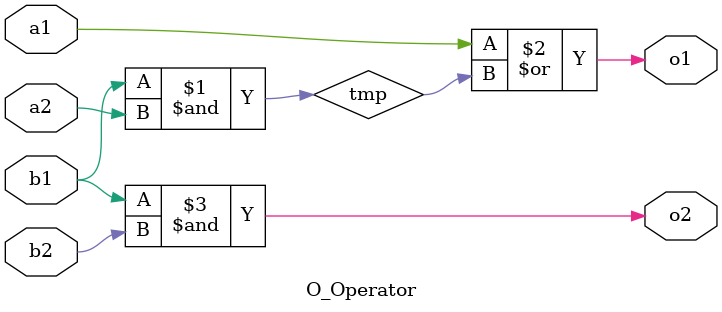
<source format=v>
module O_Operator(a1, b1, a2, b2, o1, o2);

    // Module parameters.
    input a1, b1, a2, b2;
    output o1, o2;

    // Temp variables.
    wire tmp;

    // Gate assignments.
    and(tmp, b1, a2);
    or(o1, a1, tmp);
    and(o2, b1, b2);

endmodule
</source>
